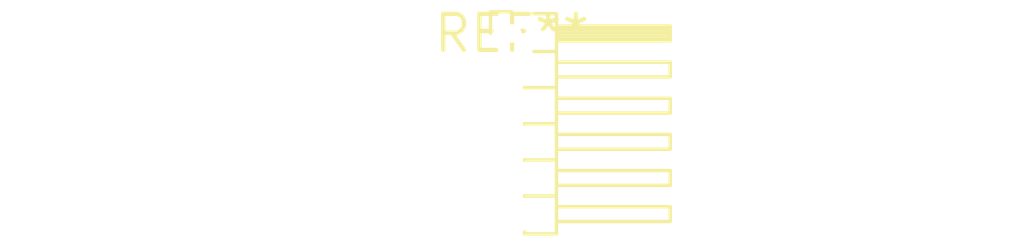
<source format=kicad_pcb>
(kicad_pcb (version 20240108) (generator pcbnew)
  (layers (0 "F.Cu" signal) (31 "B.Cu" signal) (34 "B.Paste" user) (35 "F.Paste" user) (36 "B.SilkS" user "B.Silkscreen") (37 "F.SilkS" user "F.Silkscreen") (38 "B.Mask" user) (39 "F.Mask" user) (44 "Edge.Cuts" user))
  (net 0 "")
  (footprint "PinHeader_1x06_P1.27mm_Horizontal" (layer "F.Cu") (at 0 0)
    (property "Reference" "REF**")
    (property "Value" "PinHeader_1x06_P1.27mm_Horizontal")
    (fp_line (start -0.76 -0.76) (end 0 -0.76) (layer "F.SilkS") (stroke (width 0.12)))
    (fp_line (start -0.76 0) (end -0.76 -0.76) (layer "F.SilkS") (stroke (width 0.12)))
    (fp_line (start 0.44 1.889677) (end 0.44 1.920323) (layer "F.SilkS") (stroke (width 0.12)))
    (fp_line (start 0.44 1.905) (end 1.56 1.905) (layer "F.SilkS") (stroke (width 0.12)))
    (fp_line (start 0.44 3.159677) (end 0.44 3.190323) (layer "F.SilkS") (stroke (width 0.12)))
    (fp_line (start 0.44 3.175) (end 1.56 3.175) (layer "F.SilkS") (stroke (width 0.12)))
    (fp_line (start 0.44 4.429677) (end 0.44 4.460323) (layer "F.SilkS") (stroke (width 0.12)))
    (fp_line (start 0.44 4.445) (end 1.56 4.445) (layer "F.SilkS") (stroke (width 0.12)))
    (fp_line (start 0.44 5.699677) (end 0.44 5.730323) (layer "F.SilkS") (stroke (width 0.12)))
    (fp_line (start 0.44 5.715) (end 1.56 5.715) (layer "F.SilkS") (stroke (width 0.12)))
    (fp_line (start 0.44 7.045) (end 0.44 6.969677) (layer "F.SilkS") (stroke (width 0.12)))
    (fp_line (start 0.76 -0.695) (end 1.56 -0.695) (layer "F.SilkS") (stroke (width 0.12)))
    (fp_line (start 0.76 0.635) (end 1.56 0.635) (layer "F.SilkS") (stroke (width 0.12)))
    (fp_line (start 1.56 -0.695) (end 1.56 7.045) (layer "F.SilkS") (stroke (width 0.12)))
    (fp_line (start 1.56 -0.26) (end 5.56 -0.26) (layer "F.SilkS") (stroke (width 0.12)))
    (fp_line (start 1.56 -0.2) (end 5.56 -0.2) (layer "F.SilkS") (stroke (width 0.12)))
    (fp_line (start 1.56 -0.08) (end 5.56 -0.08) (layer "F.SilkS") (stroke (width 0.12)))
    (fp_line (start 1.56 0.04) (end 5.56 0.04) (layer "F.SilkS") (stroke (width 0.12)))
    (fp_line (start 1.56 0.16) (end 5.56 0.16) (layer "F.SilkS") (stroke (width 0.12)))
    (fp_line (start 1.56 1.01) (end 5.56 1.01) (layer "F.SilkS") (stroke (width 0.12)))
    (fp_line (start 1.56 2.28) (end 5.56 2.28) (layer "F.SilkS") (stroke (width 0.12)))
    (fp_line (start 1.56 3.55) (end 5.56 3.55) (layer "F.SilkS") (stroke (width 0.12)))
    (fp_line (start 1.56 4.82) (end 5.56 4.82) (layer "F.SilkS") (stroke (width 0.12)))
    (fp_line (start 1.56 6.09) (end 5.56 6.09) (layer "F.SilkS") (stroke (width 0.12)))
    (fp_line (start 1.56 7.045) (end 0.44 7.045) (layer "F.SilkS") (stroke (width 0.12)))
    (fp_line (start 5.56 -0.26) (end 5.56 0.26) (layer "F.SilkS") (stroke (width 0.12)))
    (fp_line (start 5.56 0.26) (end 1.56 0.26) (layer "F.SilkS") (stroke (width 0.12)))
    (fp_line (start 5.56 1.01) (end 5.56 1.53) (layer "F.SilkS") (stroke (width 0.12)))
    (fp_line (start 5.56 1.53) (end 1.56 1.53) (layer "F.SilkS") (stroke (width 0.12)))
    (fp_line (start 5.56 2.28) (end 5.56 2.8) (layer "F.SilkS") (stroke (width 0.12)))
    (fp_line (start 5.56 2.8) (end 1.56 2.8) (layer "F.SilkS") (stroke (width 0.12)))
    (fp_line (start 5.56 3.55) (end 5.56 4.07) (layer "F.SilkS") (stroke (width 0.12)))
    (fp_line (start 5.56 4.07) (end 1.56 4.07) (layer "F.SilkS") (stroke (width 0.12)))
    (fp_line (start 5.56 4.82) (end 5.56 5.34) (layer "F.SilkS") (stroke (width 0.12)))
    (fp_line (start 5.56 5.34) (end 1.56 5.34) (layer "F.SilkS") (stroke (width 0.12)))
    (fp_line (start 5.56 6.09) (end 5.56 6.61) (layer "F.SilkS") (stroke (width 0.12)))
    (fp_line (start 5.56 6.61) (end 1.56 6.61) (layer "F.SilkS") (stroke (width 0.12)))
    (pad "1" thru_hole rect (at 0 0) (size 1 1) (drill 0.65) (layers *.Cu *.Mask) (remove_unused_layers))
    (pad "2" thru_hole oval (at 0 1.27) (size 1 1) (drill 0.65) (layers *.Cu *.Mask) (remove_unused_layers))
    (pad "3" thru_hole oval (at 0 2.54) (size 1 1) (drill 0.65) (layers *.Cu *.Mask) (remove_unused_layers))
    (pad "4" thru_hole oval (at 0 3.81) (size 1 1) (drill 0.65) (layers *.Cu *.Mask) (remove_unused_layers))
    (pad "5" thru_hole oval (at 0 5.08) (size 1 1) (drill 0.65) (layers *.Cu *.Mask) (remove_unused_layers))
    (pad "6" thru_hole oval (at 0 6.35) (size 1 1) (drill 0.65) (layers *.Cu *.Mask) (remove_unused_layers))
  )
)
</source>
